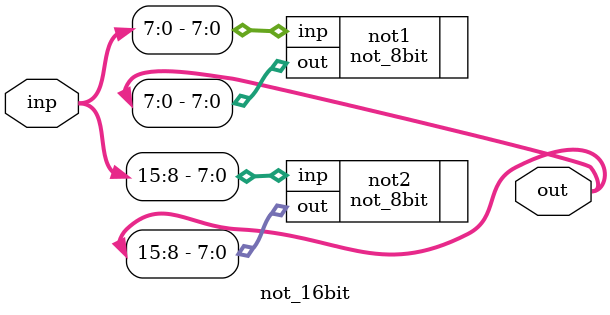
<source format=v>
module not_16bit (
	output [15:0] out,
	input [15:0] inp
);

	not_8bit not1 (
		.out(out[7:0]),
		.inp(inp[7:0])
	);
	
	not_8bit not2 (
		.out(out[15:8]),
		.inp(inp[15:8])
	);
	
endmodule
</source>
